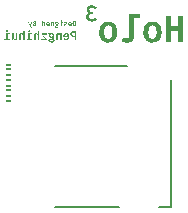
<source format=gbo>
G04*
G04 #@! TF.GenerationSoftware,Altium Limited,Altium Designer,21.0.8 (223)*
G04*
G04 Layer_Color=32896*
%FSLAX25Y25*%
%MOIN*%
G70*
G04*
G04 #@! TF.SameCoordinates,8E059B7F-88B0-49DF-8ED0-AD27087E488A*
G04*
G04*
G04 #@! TF.FilePolarity,Positive*
G04*
G01*
G75*
%ADD12C,0.00100*%
%ADD76C,0.00500*%
G36*
X38450Y62450D02*
X39750D01*
Y62800D01*
X38450D01*
Y62450D01*
D02*
G37*
G36*
X39750Y64350D02*
X38450D01*
X38450Y64000D01*
X39750D01*
X39750Y64350D01*
D02*
G37*
G36*
X38450Y65950D02*
X39750D01*
Y66300D01*
X38450D01*
Y65950D01*
D02*
G37*
G36*
X39750Y67850D02*
X38450D01*
X38450Y67500D01*
X39750D01*
X39750Y67850D01*
D02*
G37*
G36*
X38450Y69450D02*
X39750D01*
Y69800D01*
X38450D01*
Y69450D01*
D02*
G37*
G36*
X39750Y71350D02*
X38450D01*
X38450Y71000D01*
X39750D01*
X39750Y71350D01*
D02*
G37*
G36*
X38450Y72950D02*
X39750D01*
Y73300D01*
X38450D01*
Y72950D01*
D02*
G37*
G36*
X39750Y74850D02*
X38450D01*
X38450Y74500D01*
X39750D01*
X39750Y74850D01*
D02*
G37*
G36*
X67211Y94300D02*
X67378Y94282D01*
X67536Y94247D01*
X67685Y94203D01*
X67825Y94150D01*
X67966Y94089D01*
X68089Y94028D01*
X68203Y93966D01*
X68308Y93896D01*
X68396Y93834D01*
X68475Y93773D01*
X68545Y93720D01*
X68598Y93676D01*
X68633Y93641D01*
X68660Y93624D01*
X68668Y93615D01*
X68159Y93071D01*
X68054Y93158D01*
X67948Y93229D01*
X67861Y93290D01*
X67782Y93343D01*
X67720Y93378D01*
X67676Y93404D01*
X67641Y93413D01*
X67632Y93422D01*
X67545Y93457D01*
X67448Y93483D01*
X67360Y93501D01*
X67281Y93518D01*
X67211D01*
X67158Y93527D01*
X67106D01*
X66947Y93510D01*
X66877Y93501D01*
X66816Y93483D01*
X66763Y93466D01*
X66728Y93457D01*
X66702Y93439D01*
X66693D01*
X66570Y93369D01*
X66482Y93290D01*
X66447Y93255D01*
X66421Y93229D01*
X66412Y93211D01*
X66403Y93202D01*
X66368Y93141D01*
X66342Y93079D01*
X66307Y92965D01*
Y92913D01*
X66298Y92869D01*
Y92842D01*
Y92833D01*
X66307Y92746D01*
X66315Y92667D01*
X66333Y92605D01*
X66350Y92544D01*
X66377Y92491D01*
X66394Y92456D01*
X66403Y92438D01*
X66412Y92430D01*
X66500Y92324D01*
X66596Y92245D01*
X66640Y92219D01*
X66667Y92201D01*
X66693Y92184D01*
X66702D01*
X66842Y92140D01*
X66983Y92114D01*
X67035D01*
X67079Y92105D01*
X67492D01*
X67597Y91358D01*
X67088D01*
X66930Y91350D01*
X66798Y91332D01*
X66684Y91297D01*
X66587Y91262D01*
X66517Y91227D01*
X66465Y91192D01*
X66429Y91174D01*
X66421Y91165D01*
X66342Y91086D01*
X66280Y90990D01*
X66245Y90884D01*
X66210Y90779D01*
X66192Y90691D01*
X66184Y90612D01*
Y90559D01*
Y90551D01*
Y90542D01*
X66192Y90401D01*
X66219Y90270D01*
X66263Y90164D01*
X66307Y90077D01*
X66359Y90006D01*
X66394Y89954D01*
X66429Y89919D01*
X66438Y89910D01*
X66535Y89840D01*
X66649Y89787D01*
X66763Y89743D01*
X66877Y89717D01*
X66974Y89699D01*
X67062Y89690D01*
X67132D01*
X67246Y89699D01*
X67343Y89708D01*
X67439Y89725D01*
X67527Y89752D01*
X67597Y89769D01*
X67659Y89787D01*
X67694Y89796D01*
X67703Y89804D01*
X67799Y89857D01*
X67896Y89910D01*
X67984Y89971D01*
X68063Y90033D01*
X68124Y90094D01*
X68177Y90138D01*
X68212Y90173D01*
X68221Y90182D01*
X68809Y89681D01*
X68686Y89541D01*
X68554Y89418D01*
X68423Y89313D01*
X68308Y89225D01*
X68203Y89163D01*
X68115Y89119D01*
X68063Y89093D01*
X68054Y89084D01*
X68045D01*
X67878Y89023D01*
X67711Y88979D01*
X67553Y88944D01*
X67404Y88926D01*
X67281Y88909D01*
X67185Y88900D01*
X67097D01*
X66886Y88909D01*
X66702Y88935D01*
X66526Y88970D01*
X66386Y89005D01*
X66263Y89040D01*
X66175Y89076D01*
X66140Y89093D01*
X66113Y89102D01*
X66105Y89111D01*
X66096D01*
X65938Y89198D01*
X65806Y89286D01*
X65692Y89383D01*
X65595Y89480D01*
X65516Y89559D01*
X65464Y89629D01*
X65429Y89673D01*
X65420Y89690D01*
X65341Y89831D01*
X65279Y89971D01*
X65244Y90112D01*
X65209Y90235D01*
X65191Y90349D01*
X65183Y90428D01*
Y90463D01*
Y90489D01*
Y90498D01*
Y90507D01*
X65191Y90656D01*
X65209Y90788D01*
X65235Y90902D01*
X65262Y90998D01*
X65297Y91077D01*
X65323Y91139D01*
X65341Y91183D01*
X65350Y91192D01*
X65411Y91297D01*
X65481Y91385D01*
X65560Y91464D01*
X65630Y91525D01*
X65692Y91578D01*
X65745Y91613D01*
X65780Y91631D01*
X65789Y91639D01*
X65894Y91692D01*
X65990Y91727D01*
X66087Y91754D01*
X66175Y91771D01*
X66245Y91780D01*
X66298Y91789D01*
X66263D01*
X66175Y91797D01*
X66087Y91824D01*
X66017Y91850D01*
X65955Y91885D01*
X65911Y91912D01*
X65876Y91929D01*
X65868Y91938D01*
X65780Y92008D01*
X65701Y92078D01*
X65639Y92149D01*
X65578Y92219D01*
X65543Y92280D01*
X65508Y92324D01*
X65490Y92359D01*
X65481Y92368D01*
X65437Y92474D01*
X65402Y92570D01*
X65376Y92667D01*
X65358Y92763D01*
X65350Y92842D01*
X65341Y92904D01*
Y92939D01*
Y92956D01*
X65350Y93088D01*
X65376Y93220D01*
X65411Y93334D01*
X65446Y93431D01*
X65481Y93518D01*
X65516Y93580D01*
X65543Y93615D01*
X65551Y93632D01*
X65639Y93738D01*
X65736Y93843D01*
X65832Y93922D01*
X65929Y93992D01*
X66017Y94054D01*
X66087Y94089D01*
X66131Y94115D01*
X66140Y94124D01*
X66148D01*
X66298Y94186D01*
X66447Y94230D01*
X66605Y94265D01*
X66737Y94282D01*
X66860Y94300D01*
X66956Y94309D01*
X67044D01*
X67211Y94300D01*
D02*
G37*
G36*
X97615Y82061D02*
X95946D01*
Y85897D01*
X93428D01*
Y82061D01*
X91759D01*
Y90743D01*
X93428D01*
Y87302D01*
X95946D01*
Y90743D01*
X97615D01*
Y82061D01*
D02*
G37*
G36*
X83150Y90113D02*
X81203D01*
Y84052D01*
X81189Y83818D01*
X81159Y83598D01*
X81115Y83393D01*
X81071Y83232D01*
X81028Y83086D01*
X80984Y82983D01*
X80954Y82925D01*
X80940Y82895D01*
X80837Y82720D01*
X80705Y82573D01*
X80588Y82442D01*
X80471Y82339D01*
X80354Y82251D01*
X80266Y82193D01*
X80208Y82164D01*
X80193Y82149D01*
X80003Y82061D01*
X79798Y82003D01*
X79607Y81959D01*
X79417Y81929D01*
X79256Y81915D01*
X79139Y81900D01*
X79022D01*
X78656Y81915D01*
X78319Y81959D01*
X78026Y82032D01*
X77748Y82105D01*
X77529Y82178D01*
X77441Y82222D01*
X77368Y82251D01*
X77309Y82266D01*
X77265Y82295D01*
X77236Y82310D01*
X77221D01*
X77631Y83452D01*
X77865Y83379D01*
X78070Y83320D01*
X78261Y83291D01*
X78422Y83262D01*
X78553Y83247D01*
X78641Y83232D01*
X78729D01*
X78875Y83247D01*
X78993Y83262D01*
X79110Y83291D01*
X79198Y83320D01*
X79271Y83349D01*
X79315Y83364D01*
X79344Y83393D01*
X79359D01*
X79432Y83467D01*
X79490Y83540D01*
X79520Y83642D01*
X79549Y83730D01*
X79563Y83803D01*
X79578Y83876D01*
Y83920D01*
Y83935D01*
Y91357D01*
X83150D01*
Y90113D01*
D02*
G37*
G36*
X87659Y88913D02*
X87981Y88854D01*
X88260Y88781D01*
X88509Y88708D01*
X88699Y88620D01*
X88845Y88547D01*
X88904Y88517D01*
X88948Y88488D01*
X88962Y88473D01*
X88977D01*
X89226Y88298D01*
X89431Y88093D01*
X89607Y87888D01*
X89753Y87683D01*
X89870Y87507D01*
X89943Y87361D01*
X89973Y87302D01*
X90002Y87258D01*
X90017Y87244D01*
Y87229D01*
X90134Y86922D01*
X90221Y86614D01*
X90280Y86307D01*
X90324Y86014D01*
X90353Y85765D01*
Y85663D01*
X90368Y85575D01*
Y85501D01*
Y85443D01*
Y85414D01*
Y85399D01*
X90353Y85018D01*
X90309Y84652D01*
X90251Y84345D01*
X90192Y84067D01*
X90134Y83847D01*
X90104Y83759D01*
X90075Y83686D01*
X90046Y83613D01*
X90031Y83569D01*
X90017Y83554D01*
Y83540D01*
X89870Y83262D01*
X89709Y83013D01*
X89533Y82808D01*
X89358Y82632D01*
X89211Y82500D01*
X89094Y82398D01*
X89006Y82339D01*
X88992Y82325D01*
X88977D01*
X88714Y82178D01*
X88421Y82076D01*
X88157Y82003D01*
X87894Y81959D01*
X87659Y81929D01*
X87572Y81915D01*
X87484Y81900D01*
X87323D01*
X86971Y81915D01*
X86649Y81973D01*
X86371Y82046D01*
X86137Y82120D01*
X85932Y82207D01*
X85786Y82266D01*
X85742Y82295D01*
X85698Y82325D01*
X85683Y82339D01*
X85668D01*
X85419Y82515D01*
X85215Y82720D01*
X85039Y82925D01*
X84892Y83115D01*
X84775Y83291D01*
X84688Y83437D01*
X84658Y83496D01*
X84644Y83540D01*
X84629Y83554D01*
Y83569D01*
X84512Y83876D01*
X84424Y84198D01*
X84365Y84506D01*
X84321Y84799D01*
X84292Y85048D01*
Y85150D01*
X84278Y85238D01*
Y85311D01*
Y85370D01*
Y85399D01*
Y85414D01*
X84292Y85794D01*
X84336Y86146D01*
X84395Y86468D01*
X84453Y86731D01*
X84512Y86951D01*
X84541Y87039D01*
X84570Y87112D01*
X84600Y87185D01*
X84614Y87229D01*
X84629Y87244D01*
Y87258D01*
X84775Y87536D01*
X84936Y87785D01*
X85112Y87990D01*
X85273Y88166D01*
X85434Y88312D01*
X85551Y88415D01*
X85639Y88473D01*
X85654Y88488D01*
X85668D01*
X85932Y88634D01*
X86210Y88737D01*
X86488Y88825D01*
X86752Y88869D01*
X86986Y88898D01*
X87074Y88913D01*
X87162Y88927D01*
X87323D01*
X87659Y88913D01*
D02*
G37*
G36*
X72932D02*
X73254Y88854D01*
X73532Y88781D01*
X73781Y88708D01*
X73971Y88620D01*
X74117Y88547D01*
X74176Y88517D01*
X74220Y88488D01*
X74235Y88473D01*
X74249D01*
X74498Y88298D01*
X74703Y88093D01*
X74879Y87888D01*
X75025Y87683D01*
X75142Y87507D01*
X75215Y87361D01*
X75245Y87302D01*
X75274Y87258D01*
X75289Y87244D01*
Y87229D01*
X75406Y86922D01*
X75494Y86614D01*
X75552Y86307D01*
X75596Y86014D01*
X75625Y85765D01*
Y85663D01*
X75640Y85575D01*
Y85501D01*
Y85443D01*
Y85414D01*
Y85399D01*
X75625Y85018D01*
X75581Y84652D01*
X75523Y84345D01*
X75464Y84067D01*
X75406Y83847D01*
X75376Y83759D01*
X75347Y83686D01*
X75318Y83613D01*
X75303Y83569D01*
X75289Y83554D01*
Y83540D01*
X75142Y83262D01*
X74981Y83013D01*
X74805Y82808D01*
X74630Y82632D01*
X74483Y82500D01*
X74366Y82398D01*
X74278Y82339D01*
X74264Y82325D01*
X74249D01*
X73986Y82178D01*
X73693Y82076D01*
X73429Y82003D01*
X73166Y81959D01*
X72932Y81929D01*
X72844Y81915D01*
X72756Y81900D01*
X72595D01*
X72243Y81915D01*
X71921Y81973D01*
X71643Y82046D01*
X71409Y82120D01*
X71204Y82207D01*
X71058Y82266D01*
X71014Y82295D01*
X70970Y82324D01*
X70955Y82339D01*
X70941D01*
X70692Y82515D01*
X70487Y82720D01*
X70311Y82925D01*
X70165Y83115D01*
X70047Y83291D01*
X69960Y83437D01*
X69930Y83496D01*
X69916Y83540D01*
X69901Y83554D01*
Y83569D01*
X69784Y83876D01*
X69696Y84198D01*
X69638Y84506D01*
X69594Y84799D01*
X69564Y85048D01*
Y85150D01*
X69550Y85238D01*
Y85311D01*
Y85370D01*
Y85399D01*
Y85414D01*
X69564Y85794D01*
X69608Y86146D01*
X69667Y86468D01*
X69725Y86731D01*
X69784Y86951D01*
X69813Y87039D01*
X69843Y87112D01*
X69872Y87185D01*
X69886Y87229D01*
X69901Y87244D01*
Y87258D01*
X70047Y87536D01*
X70209Y87785D01*
X70384Y87990D01*
X70545Y88166D01*
X70706Y88312D01*
X70823Y88415D01*
X70911Y88473D01*
X70926Y88488D01*
X70941D01*
X71204Y88634D01*
X71482Y88737D01*
X71760Y88825D01*
X72024Y88869D01*
X72258Y88898D01*
X72346Y88913D01*
X72434Y88927D01*
X72595D01*
X72932Y88913D01*
D02*
G37*
G36*
X46357Y86063D02*
X46401Y86053D01*
X46445Y86038D01*
X46479Y86024D01*
X46508Y86004D01*
X46528Y85989D01*
X46543Y85980D01*
X46547Y85975D01*
X46577Y85941D01*
X46601Y85902D01*
X46616Y85858D01*
X46630Y85824D01*
X46635Y85789D01*
X46640Y85765D01*
Y85745D01*
Y85741D01*
X46635Y85692D01*
X46626Y85643D01*
X46611Y85604D01*
X46591Y85570D01*
X46577Y85545D01*
X46562Y85521D01*
X46552Y85511D01*
X46547Y85506D01*
X46508Y85477D01*
X46469Y85453D01*
X46426Y85438D01*
X46387Y85423D01*
X46357Y85418D01*
X46328Y85414D01*
X46303D01*
X46250Y85418D01*
X46201Y85428D01*
X46157Y85443D01*
X46123Y85462D01*
X46094Y85477D01*
X46074Y85492D01*
X46060Y85501D01*
X46055Y85506D01*
X46020Y85545D01*
X45996Y85584D01*
X45981Y85623D01*
X45967Y85663D01*
X45962Y85692D01*
X45957Y85716D01*
Y85736D01*
Y85741D01*
X45962Y85789D01*
X45972Y85833D01*
X45986Y85872D01*
X46006Y85906D01*
X46025Y85936D01*
X46040Y85955D01*
X46050Y85965D01*
X46055Y85970D01*
X46094Y86004D01*
X46133Y86028D01*
X46177Y86043D01*
X46216Y86058D01*
X46250Y86063D01*
X46279Y86067D01*
X46303D01*
X46357Y86063D01*
D02*
G37*
G36*
X38993D02*
X39037Y86053D01*
X39081Y86038D01*
X39115Y86024D01*
X39145Y86004D01*
X39164Y85989D01*
X39179Y85980D01*
X39184Y85975D01*
X39213Y85941D01*
X39237Y85902D01*
X39252Y85858D01*
X39267Y85824D01*
X39271Y85789D01*
X39276Y85765D01*
Y85745D01*
Y85741D01*
X39271Y85692D01*
X39262Y85643D01*
X39247Y85604D01*
X39228Y85570D01*
X39213Y85545D01*
X39198Y85521D01*
X39189Y85511D01*
X39184Y85506D01*
X39145Y85477D01*
X39105Y85453D01*
X39062Y85438D01*
X39023Y85423D01*
X38993Y85418D01*
X38964Y85414D01*
X38940D01*
X38886Y85418D01*
X38837Y85428D01*
X38793Y85443D01*
X38759Y85462D01*
X38730Y85477D01*
X38710Y85492D01*
X38696Y85501D01*
X38691Y85506D01*
X38657Y85545D01*
X38632Y85584D01*
X38618Y85623D01*
X38603Y85663D01*
X38598Y85692D01*
X38593Y85716D01*
Y85736D01*
Y85741D01*
X38598Y85789D01*
X38608Y85833D01*
X38622Y85872D01*
X38642Y85906D01*
X38661Y85936D01*
X38676Y85955D01*
X38686Y85965D01*
X38691Y85970D01*
X38730Y86004D01*
X38769Y86028D01*
X38813Y86043D01*
X38852Y86058D01*
X38886Y86063D01*
X38915Y86067D01*
X38940D01*
X38993Y86063D01*
D02*
G37*
G36*
X49656Y85867D02*
Y82778D01*
X49114D01*
Y84345D01*
X49046Y84428D01*
X49012Y84467D01*
X48983Y84496D01*
X48953Y84521D01*
X48929Y84540D01*
X48914Y84550D01*
X48909Y84555D01*
X48866Y84584D01*
X48817Y84604D01*
X48778Y84623D01*
X48739Y84633D01*
X48704Y84638D01*
X48680Y84643D01*
X48656D01*
X48607Y84638D01*
X48563Y84633D01*
X48524Y84618D01*
X48500Y84608D01*
X48475Y84594D01*
X48461Y84579D01*
X48456Y84574D01*
X48451Y84569D01*
X48431Y84535D01*
X48412Y84501D01*
X48397Y84413D01*
X48392Y84379D01*
X48387Y84345D01*
Y84325D01*
Y84316D01*
Y82778D01*
X47846D01*
Y84389D01*
X47850Y84501D01*
X47870Y84604D01*
X47899Y84686D01*
X47929Y84760D01*
X47958Y84813D01*
X47987Y84852D01*
X48007Y84877D01*
X48011Y84887D01*
X48080Y84945D01*
X48153Y84989D01*
X48231Y85023D01*
X48309Y85043D01*
X48382Y85057D01*
X48436Y85062D01*
X48461Y85067D01*
X48490D01*
X48563Y85062D01*
X48636Y85053D01*
X48700Y85038D01*
X48758Y85023D01*
X48807Y85009D01*
X48841Y84994D01*
X48866Y84984D01*
X48875Y84979D01*
X48939Y84945D01*
X48987Y84906D01*
X49031Y84867D01*
X49061Y84833D01*
X49085Y84799D01*
X49105Y84769D01*
X49110Y84750D01*
X49114Y84745D01*
Y85921D01*
X49656Y85867D01*
D02*
G37*
G36*
X44747D02*
Y82778D01*
X44205D01*
Y84345D01*
X44137Y84428D01*
X44103Y84467D01*
X44073Y84496D01*
X44044Y84521D01*
X44020Y84540D01*
X44005Y84550D01*
X44000Y84555D01*
X43956Y84584D01*
X43907Y84604D01*
X43868Y84623D01*
X43829Y84633D01*
X43795Y84638D01*
X43771Y84643D01*
X43746D01*
X43698Y84638D01*
X43654Y84633D01*
X43615Y84618D01*
X43590Y84608D01*
X43566Y84594D01*
X43551Y84579D01*
X43546Y84574D01*
X43541Y84569D01*
X43522Y84535D01*
X43502Y84501D01*
X43488Y84413D01*
X43483Y84379D01*
X43478Y84345D01*
Y84325D01*
Y84316D01*
Y82778D01*
X42936D01*
Y84389D01*
X42941Y84501D01*
X42961Y84604D01*
X42990Y84686D01*
X43019Y84760D01*
X43049Y84813D01*
X43078Y84852D01*
X43097Y84877D01*
X43102Y84887D01*
X43171Y84945D01*
X43244Y84989D01*
X43322Y85023D01*
X43400Y85043D01*
X43473Y85057D01*
X43527Y85062D01*
X43551Y85067D01*
X43580D01*
X43654Y85062D01*
X43727Y85053D01*
X43790Y85038D01*
X43849Y85023D01*
X43898Y85009D01*
X43932Y84994D01*
X43956Y84984D01*
X43966Y84979D01*
X44029Y84945D01*
X44078Y84906D01*
X44122Y84867D01*
X44151Y84833D01*
X44176Y84799D01*
X44195Y84769D01*
X44200Y84750D01*
X44205Y84745D01*
Y85921D01*
X44747Y85867D01*
D02*
G37*
G36*
X58660Y85062D02*
X58762Y85043D01*
X58860Y85018D01*
X58938Y84989D01*
X59001Y84960D01*
X59050Y84935D01*
X59070Y84926D01*
X59084Y84916D01*
X59089Y84911D01*
X59094D01*
X59177Y84847D01*
X59245Y84784D01*
X59304Y84711D01*
X59358Y84643D01*
X59397Y84584D01*
X59421Y84535D01*
X59431Y84516D01*
X59440Y84501D01*
X59445Y84496D01*
Y84491D01*
X59484Y84389D01*
X59514Y84286D01*
X59538Y84184D01*
X59553Y84091D01*
X59562Y84008D01*
Y83974D01*
X59567Y83950D01*
Y83925D01*
Y83906D01*
Y83896D01*
Y83891D01*
X59562Y83764D01*
X59548Y83652D01*
X59528Y83545D01*
X59504Y83457D01*
X59484Y83384D01*
X59475Y83354D01*
X59465Y83330D01*
X59455Y83305D01*
X59450Y83291D01*
X59445Y83286D01*
Y83281D01*
X59392Y83188D01*
X59333Y83105D01*
X59270Y83037D01*
X59211Y82978D01*
X59157Y82930D01*
X59114Y82900D01*
X59084Y82876D01*
X59079Y82871D01*
X59074D01*
X58977Y82822D01*
X58879Y82788D01*
X58782Y82759D01*
X58689Y82744D01*
X58611Y82735D01*
X58577Y82730D01*
X58547D01*
X58523Y82725D01*
X58489D01*
X58401Y82730D01*
X58318Y82735D01*
X58245Y82744D01*
X58177Y82759D01*
X58123Y82774D01*
X58079Y82783D01*
X58055Y82788D01*
X58045Y82793D01*
X57967Y82822D01*
X57894Y82861D01*
X57830Y82895D01*
X57771Y82935D01*
X57728Y82969D01*
X57689Y82998D01*
X57669Y83017D01*
X57659Y83022D01*
X57889Y83345D01*
X57952Y83310D01*
X58011Y83276D01*
X58064Y83252D01*
X58108Y83232D01*
X58147Y83218D01*
X58172Y83208D01*
X58191Y83198D01*
X58196D01*
X58294Y83174D01*
X58338Y83164D01*
X58381Y83159D01*
X58416D01*
X58445Y83154D01*
X58469D01*
X58552Y83159D01*
X58626Y83179D01*
X58689Y83203D01*
X58748Y83227D01*
X58791Y83257D01*
X58821Y83276D01*
X58845Y83296D01*
X58850Y83301D01*
X58899Y83359D01*
X58938Y83427D01*
X58967Y83491D01*
X58987Y83559D01*
X58996Y83618D01*
X59006Y83662D01*
Y83681D01*
X59011Y83696D01*
Y83701D01*
Y83706D01*
X57586D01*
X57576Y83798D01*
Y83842D01*
X57571Y83876D01*
Y83906D01*
Y83930D01*
Y83945D01*
Y83950D01*
X57576Y84072D01*
X57591Y84184D01*
X57610Y84286D01*
X57630Y84374D01*
X57649Y84443D01*
X57659Y84472D01*
X57669Y84496D01*
X57679Y84516D01*
X57684Y84530D01*
X57689Y84535D01*
Y84540D01*
X57737Y84628D01*
X57791Y84706D01*
X57850Y84774D01*
X57903Y84833D01*
X57952Y84872D01*
X57991Y84906D01*
X58020Y84926D01*
X58025Y84930D01*
X58030D01*
X58113Y84974D01*
X58206Y85009D01*
X58289Y85033D01*
X58372Y85053D01*
X58440Y85062D01*
X58499Y85067D01*
X58547D01*
X58660Y85062D01*
D02*
G37*
G36*
X42292Y83408D02*
X42287Y83291D01*
X42268Y83193D01*
X42239Y83105D01*
X42209Y83032D01*
X42180Y82974D01*
X42151Y82935D01*
X42131Y82910D01*
X42126Y82900D01*
X42058Y82842D01*
X41980Y82798D01*
X41897Y82769D01*
X41819Y82749D01*
X41746Y82735D01*
X41687Y82730D01*
X41663Y82725D01*
X41633D01*
X41555Y82730D01*
X41482Y82739D01*
X41414Y82754D01*
X41355Y82769D01*
X41306Y82783D01*
X41267Y82798D01*
X41243Y82808D01*
X41233Y82813D01*
X41165Y82852D01*
X41111Y82891D01*
X41067Y82930D01*
X41033Y82969D01*
X41009Y83003D01*
X40989Y83027D01*
X40984Y83047D01*
X40979Y83052D01*
X40960Y82778D01*
X40487D01*
Y85009D01*
X41028D01*
Y83423D01*
X41058Y83384D01*
X41087Y83345D01*
X41121Y83310D01*
X41155Y83281D01*
X41184Y83262D01*
X41209Y83242D01*
X41223Y83232D01*
X41228Y83227D01*
X41277Y83203D01*
X41321Y83183D01*
X41365Y83169D01*
X41404Y83159D01*
X41438Y83154D01*
X41463Y83149D01*
X41487D01*
X41536Y83154D01*
X41580Y83159D01*
X41614Y83169D01*
X41643Y83183D01*
X41663Y83198D01*
X41677Y83208D01*
X41687Y83213D01*
X41692Y83218D01*
X41711Y83252D01*
X41726Y83286D01*
X41741Y83369D01*
X41746Y83408D01*
X41750Y83437D01*
Y83457D01*
Y83467D01*
Y85009D01*
X42292D01*
Y83408D01*
D02*
G37*
G36*
X61905Y82778D02*
X61344D01*
Y83779D01*
X61051D01*
X60953Y83784D01*
X60865Y83789D01*
X60778Y83803D01*
X60699Y83818D01*
X60621Y83833D01*
X60553Y83857D01*
X60495Y83876D01*
X60436Y83901D01*
X60387Y83920D01*
X60343Y83945D01*
X60304Y83964D01*
X60270Y83979D01*
X60246Y83998D01*
X60231Y84008D01*
X60221Y84013D01*
X60216Y84018D01*
X60163Y84067D01*
X60114Y84120D01*
X60070Y84174D01*
X60036Y84233D01*
X60007Y84296D01*
X59982Y84355D01*
X59943Y84472D01*
X59929Y84530D01*
X59919Y84579D01*
X59914Y84628D01*
X59909Y84667D01*
X59904Y84701D01*
Y84730D01*
Y84745D01*
Y84750D01*
X59909Y84833D01*
X59919Y84911D01*
X59933Y84984D01*
X59953Y85053D01*
X59977Y85111D01*
X60002Y85170D01*
X60031Y85218D01*
X60060Y85267D01*
X60089Y85306D01*
X60119Y85340D01*
X60143Y85370D01*
X60168Y85394D01*
X60187Y85414D01*
X60202Y85428D01*
X60211Y85433D01*
X60216Y85438D01*
X60275Y85477D01*
X60343Y85516D01*
X60480Y85575D01*
X60626Y85614D01*
X60763Y85643D01*
X60826Y85653D01*
X60890Y85663D01*
X60944Y85667D01*
X60987D01*
X61027Y85672D01*
X61905D01*
Y82778D01*
D02*
G37*
G36*
X55932Y85062D02*
X56000Y85053D01*
X56068Y85038D01*
X56132Y85023D01*
X56181Y85004D01*
X56220Y84989D01*
X56244Y84979D01*
X56254Y84974D01*
X56322Y84935D01*
X56376Y84896D01*
X56425Y84857D01*
X56459Y84818D01*
X56488Y84784D01*
X56508Y84755D01*
X56517Y84735D01*
X56522Y84730D01*
X56547Y85009D01*
X57020D01*
Y82778D01*
X56478D01*
Y84350D01*
X56410Y84433D01*
X56376Y84467D01*
X56342Y84496D01*
X56317Y84521D01*
X56293Y84540D01*
X56278Y84550D01*
X56273Y84555D01*
X56229Y84584D01*
X56181Y84604D01*
X56142Y84623D01*
X56103Y84633D01*
X56068Y84638D01*
X56044Y84643D01*
X55981D01*
X55941Y84638D01*
X55912Y84628D01*
X55888Y84623D01*
X55873Y84613D01*
X55859Y84604D01*
X55849Y84599D01*
X55829Y84579D01*
X55815Y84560D01*
X55790Y84511D01*
X55785Y84486D01*
X55781Y84467D01*
X55776Y84457D01*
Y84452D01*
X55766Y84413D01*
X55761Y84364D01*
X55756Y84272D01*
X55751Y84228D01*
Y84194D01*
Y84169D01*
Y84159D01*
Y82778D01*
X55209D01*
Y84389D01*
X55214Y84501D01*
X55234Y84604D01*
X55263Y84686D01*
X55292Y84760D01*
X55322Y84813D01*
X55351Y84852D01*
X55371Y84877D01*
X55375Y84887D01*
X55444Y84945D01*
X55517Y84989D01*
X55595Y85023D01*
X55673Y85043D01*
X55746Y85057D01*
X55800Y85062D01*
X55824Y85067D01*
X55854D01*
X55932Y85062D01*
D02*
G37*
G36*
X52013Y84565D02*
X50954D01*
X52101Y83164D01*
Y82778D01*
X50369D01*
X50315Y83223D01*
X51471D01*
X50330Y84623D01*
Y85009D01*
X52013D01*
Y84565D01*
D02*
G37*
G36*
X47104Y84599D02*
X46479D01*
Y83188D01*
X47128D01*
Y82778D01*
X45352D01*
Y83188D01*
X45942D01*
Y85009D01*
X47104D01*
Y84599D01*
D02*
G37*
G36*
X39740D02*
X39115D01*
Y83188D01*
X39764D01*
Y82778D01*
X37988D01*
Y83188D01*
X38579D01*
Y85009D01*
X39740D01*
Y84599D01*
D02*
G37*
G36*
X52755Y85253D02*
X52818Y85228D01*
X52872Y85209D01*
X52916Y85194D01*
X52955Y85179D01*
X52979Y85170D01*
X52999Y85160D01*
X53004D01*
X53048Y85145D01*
X53096Y85131D01*
X53145Y85121D01*
X53189Y85111D01*
X53233Y85101D01*
X53262Y85096D01*
X53282Y85092D01*
X53292D01*
X53360Y85082D01*
X53428Y85077D01*
X53497Y85072D01*
X53565D01*
X53619Y85067D01*
X53707D01*
X53804Y85062D01*
X53897Y85053D01*
X53975Y85033D01*
X54048Y85018D01*
X54107Y84999D01*
X54151Y84979D01*
X54180Y84970D01*
X54185Y84965D01*
X54190D01*
X54268Y84926D01*
X54331Y84882D01*
X54390Y84833D01*
X54439Y84789D01*
X54478Y84745D01*
X54502Y84711D01*
X54521Y84691D01*
X54526Y84682D01*
X54565Y84613D01*
X54595Y84540D01*
X54614Y84472D01*
X54629Y84403D01*
X54639Y84345D01*
X54643Y84301D01*
Y84272D01*
Y84267D01*
Y84262D01*
X54639Y84184D01*
X54629Y84111D01*
X54614Y84047D01*
X54595Y83994D01*
X54580Y83950D01*
X54565Y83915D01*
X54556Y83891D01*
X54551Y83886D01*
X54512Y83833D01*
X54468Y83784D01*
X54424Y83745D01*
X54375Y83715D01*
X54336Y83686D01*
X54302Y83671D01*
X54282Y83662D01*
X54273Y83657D01*
X54312Y83637D01*
X54346Y83613D01*
X54375Y83588D01*
X54399Y83564D01*
X54419Y83540D01*
X54434Y83520D01*
X54443Y83505D01*
X54448Y83501D01*
X54473Y83462D01*
X54487Y83418D01*
X54502Y83379D01*
X54507Y83345D01*
X54512Y83315D01*
X54517Y83291D01*
Y83276D01*
Y83271D01*
X54512Y83227D01*
X54507Y83183D01*
X54497Y83139D01*
X54482Y83105D01*
X54468Y83076D01*
X54458Y83057D01*
X54453Y83042D01*
X54448Y83037D01*
X54419Y83003D01*
X54385Y82969D01*
X54312Y82920D01*
X54282Y82900D01*
X54258Y82886D01*
X54238Y82881D01*
X54233Y82876D01*
X54175Y82857D01*
X54116Y82842D01*
X54058Y82832D01*
X54004Y82827D01*
X53960Y82822D01*
X53921Y82817D01*
X53453D01*
X53394Y82808D01*
X53350Y82798D01*
X53311Y82788D01*
X53277Y82778D01*
X53258Y82769D01*
X53243Y82764D01*
X53238Y82759D01*
X53204Y82735D01*
X53179Y82705D01*
X53160Y82676D01*
X53150Y82652D01*
X53140Y82627D01*
X53136Y82608D01*
Y82593D01*
Y82588D01*
X53140Y82539D01*
X53155Y82500D01*
X53179Y82466D01*
X53199Y82437D01*
X53223Y82412D01*
X53248Y82398D01*
X53262Y82388D01*
X53267Y82383D01*
X53321Y82359D01*
X53389Y82339D01*
X53462Y82329D01*
X53536Y82320D01*
X53604Y82315D01*
X53658Y82310D01*
X53785D01*
X53853Y82315D01*
X53911Y82320D01*
X53955Y82329D01*
X53989Y82334D01*
X54019Y82339D01*
X54033Y82344D01*
X54038D01*
X54077Y82359D01*
X54107Y82373D01*
X54131Y82388D01*
X54151Y82403D01*
X54165Y82417D01*
X54175Y82427D01*
X54185Y82432D01*
Y82437D01*
X54194Y82461D01*
X54204Y82495D01*
X54214Y82564D01*
X54219Y82598D01*
Y82622D01*
Y82642D01*
Y82647D01*
X54717D01*
X54712Y82549D01*
X54702Y82461D01*
X54687Y82388D01*
X54668Y82325D01*
X54653Y82276D01*
X54639Y82242D01*
X54629Y82222D01*
X54624Y82212D01*
X54580Y82159D01*
X54531Y82110D01*
X54482Y82071D01*
X54429Y82037D01*
X54380Y82012D01*
X54341Y81993D01*
X54317Y81983D01*
X54307Y81978D01*
X54219Y81954D01*
X54121Y81934D01*
X54024Y81919D01*
X53926Y81910D01*
X53843Y81905D01*
X53804D01*
X53775Y81900D01*
X53711D01*
X53584Y81905D01*
X53467Y81915D01*
X53365Y81924D01*
X53277Y81944D01*
X53209Y81959D01*
X53179Y81963D01*
X53155Y81968D01*
X53136Y81973D01*
X53121Y81978D01*
X53116Y81983D01*
X53111D01*
X53023Y82017D01*
X52945Y82056D01*
X52877Y82100D01*
X52823Y82139D01*
X52779Y82173D01*
X52750Y82203D01*
X52731Y82227D01*
X52726Y82232D01*
X52682Y82295D01*
X52648Y82359D01*
X52628Y82427D01*
X52609Y82486D01*
X52599Y82539D01*
X52594Y82578D01*
Y82608D01*
Y82617D01*
X52599Y82681D01*
X52609Y82744D01*
X52628Y82798D01*
X52648Y82847D01*
X52667Y82886D01*
X52687Y82915D01*
X52696Y82935D01*
X52701Y82939D01*
X52745Y82993D01*
X52794Y83037D01*
X52843Y83076D01*
X52891Y83110D01*
X52931Y83135D01*
X52970Y83154D01*
X52989Y83164D01*
X52999Y83169D01*
X53072Y83198D01*
X53145Y83218D01*
X53214Y83232D01*
X53282Y83242D01*
X53336Y83247D01*
X53384Y83252D01*
X53848D01*
X53887Y83257D01*
X53916Y83262D01*
X53941Y83266D01*
X53960Y83271D01*
X53970Y83276D01*
X53980Y83281D01*
X54004Y83310D01*
X54019Y83340D01*
X54024Y83364D01*
Y83374D01*
X54019Y83403D01*
X54014Y83432D01*
X54009Y83452D01*
X54004Y83457D01*
X53985Y83481D01*
X53975Y83501D01*
X53965Y83510D01*
X53960Y83515D01*
X53916Y83501D01*
X53872Y83491D01*
X53780Y83481D01*
X53741Y83476D01*
X53677D01*
X53580Y83481D01*
X53487Y83491D01*
X53409Y83505D01*
X53336Y83525D01*
X53282Y83545D01*
X53238Y83559D01*
X53214Y83569D01*
X53204Y83574D01*
X53131Y83613D01*
X53067Y83662D01*
X53013Y83706D01*
X52970Y83750D01*
X52935Y83789D01*
X52911Y83818D01*
X52896Y83837D01*
X52891Y83847D01*
X52852Y83915D01*
X52828Y83984D01*
X52809Y84052D01*
X52794Y84115D01*
X52784Y84169D01*
X52779Y84208D01*
Y84237D01*
Y84247D01*
X52784Y84320D01*
X52794Y84384D01*
X52813Y84443D01*
X52833Y84491D01*
X52852Y84535D01*
X52872Y84565D01*
X52882Y84584D01*
X52887Y84589D01*
X52926Y84638D01*
X52974Y84677D01*
X53023Y84706D01*
X53067Y84725D01*
X53106Y84740D01*
X53140Y84750D01*
X53160Y84755D01*
X53170D01*
X53048Y84760D01*
X52994D01*
X52950Y84765D01*
X52911D01*
X52877Y84769D01*
X52852D01*
X52740Y84789D01*
X52687Y84799D01*
X52638Y84813D01*
X52599Y84823D01*
X52569Y84833D01*
X52550Y84843D01*
X52545D01*
X52687Y85282D01*
X52755Y85253D01*
D02*
G37*
G36*
X56948Y89291D02*
X56974Y89285D01*
X57000Y89276D01*
X57021Y89267D01*
X57038Y89256D01*
X57050Y89247D01*
X57059Y89241D01*
X57062Y89238D01*
X57079Y89218D01*
X57094Y89194D01*
X57102Y89168D01*
X57111Y89148D01*
X57114Y89127D01*
X57117Y89113D01*
Y89101D01*
Y89098D01*
X57114Y89069D01*
X57108Y89040D01*
X57099Y89016D01*
X57088Y88996D01*
X57079Y88981D01*
X57070Y88967D01*
X57064Y88961D01*
X57062Y88958D01*
X57038Y88940D01*
X57015Y88926D01*
X56989Y88917D01*
X56965Y88908D01*
X56948Y88905D01*
X56930Y88902D01*
X56916D01*
X56883Y88905D01*
X56854Y88911D01*
X56828Y88920D01*
X56808Y88932D01*
X56790Y88940D01*
X56778Y88949D01*
X56770Y88955D01*
X56767Y88958D01*
X56746Y88981D01*
X56732Y89005D01*
X56723Y89028D01*
X56714Y89051D01*
X56711Y89069D01*
X56708Y89083D01*
Y89095D01*
Y89098D01*
X56711Y89127D01*
X56717Y89153D01*
X56726Y89177D01*
X56737Y89197D01*
X56749Y89215D01*
X56758Y89227D01*
X56764Y89232D01*
X56767Y89235D01*
X56790Y89256D01*
X56813Y89270D01*
X56840Y89279D01*
X56863Y89288D01*
X56883Y89291D01*
X56901Y89294D01*
X56916D01*
X56948Y89291D01*
D02*
G37*
G36*
X46827Y87326D02*
X46742D01*
X46769Y87279D01*
X46783Y87258D01*
X46795Y87241D01*
X46806Y87226D01*
X46812Y87215D01*
X46818Y87206D01*
X46821Y87203D01*
X46859Y87162D01*
X46897Y87133D01*
X46912Y87121D01*
X46926Y87112D01*
X46935Y87110D01*
X46938Y87107D01*
X46967Y87092D01*
X47002Y87080D01*
X47037Y87072D01*
X47072Y87063D01*
X47104Y87057D01*
X47131Y87051D01*
X47148Y87048D01*
X47154D01*
X47116Y86800D01*
X47063Y86806D01*
X47014Y86815D01*
X46967Y86823D01*
X46926Y86835D01*
X46885Y86847D01*
X46850Y86861D01*
X46815Y86876D01*
X46786Y86891D01*
X46760Y86902D01*
X46739Y86917D01*
X46719Y86928D01*
X46704Y86940D01*
X46690Y86949D01*
X46681Y86955D01*
X46678Y86961D01*
X46675D01*
X46620Y87016D01*
X46573Y87077D01*
X46532Y87139D01*
X46500Y87200D01*
X46474Y87253D01*
X46462Y87276D01*
X46453Y87296D01*
X46447Y87311D01*
X46442Y87323D01*
X46439Y87331D01*
Y87334D01*
X45992Y88660D01*
X46319D01*
X46628Y87562D01*
X46935Y88660D01*
X47268D01*
X46827Y87326D01*
D02*
G37*
G36*
X59903Y88692D02*
X59964Y88680D01*
X60022Y88666D01*
X60069Y88648D01*
X60107Y88631D01*
X60136Y88616D01*
X60148Y88610D01*
X60157Y88605D01*
X60160Y88602D01*
X60163D01*
X60212Y88564D01*
X60253Y88526D01*
X60288Y88482D01*
X60320Y88441D01*
X60344Y88406D01*
X60358Y88377D01*
X60364Y88365D01*
X60370Y88356D01*
X60373Y88353D01*
Y88350D01*
X60396Y88289D01*
X60414Y88228D01*
X60428Y88167D01*
X60437Y88111D01*
X60443Y88061D01*
Y88041D01*
X60446Y88026D01*
Y88012D01*
Y88000D01*
Y87994D01*
Y87991D01*
X60443Y87915D01*
X60434Y87848D01*
X60422Y87784D01*
X60408Y87731D01*
X60396Y87688D01*
X60390Y87670D01*
X60385Y87656D01*
X60379Y87641D01*
X60376Y87632D01*
X60373Y87629D01*
Y87626D01*
X60341Y87571D01*
X60306Y87521D01*
X60268Y87480D01*
X60233Y87445D01*
X60201Y87416D01*
X60174Y87399D01*
X60157Y87384D01*
X60154Y87381D01*
X60151D01*
X60093Y87352D01*
X60034Y87331D01*
X59976Y87314D01*
X59920Y87305D01*
X59873Y87299D01*
X59853Y87296D01*
X59836D01*
X59821Y87293D01*
X59800D01*
X59748Y87296D01*
X59698Y87299D01*
X59654Y87305D01*
X59614Y87314D01*
X59582Y87323D01*
X59555Y87328D01*
X59541Y87331D01*
X59535Y87334D01*
X59488Y87352D01*
X59444Y87375D01*
X59406Y87396D01*
X59371Y87419D01*
X59345Y87440D01*
X59322Y87457D01*
X59310Y87469D01*
X59304Y87472D01*
X59441Y87664D01*
X59479Y87644D01*
X59514Y87623D01*
X59547Y87609D01*
X59573Y87597D01*
X59596Y87588D01*
X59611Y87583D01*
X59622Y87577D01*
X59625D01*
X59684Y87562D01*
X59710Y87556D01*
X59736Y87553D01*
X59757D01*
X59774Y87550D01*
X59789D01*
X59838Y87553D01*
X59882Y87565D01*
X59920Y87580D01*
X59955Y87594D01*
X59982Y87612D01*
X59999Y87623D01*
X60014Y87635D01*
X60017Y87638D01*
X60046Y87673D01*
X60069Y87714D01*
X60087Y87752D01*
X60098Y87793D01*
X60104Y87828D01*
X60110Y87854D01*
Y87866D01*
X60113Y87875D01*
Y87878D01*
Y87880D01*
X59260D01*
X59254Y87936D01*
Y87962D01*
X59252Y87983D01*
Y88000D01*
Y88015D01*
Y88024D01*
Y88026D01*
X59254Y88099D01*
X59263Y88167D01*
X59275Y88228D01*
X59287Y88280D01*
X59298Y88321D01*
X59304Y88339D01*
X59310Y88353D01*
X59316Y88365D01*
X59319Y88374D01*
X59322Y88377D01*
Y88380D01*
X59351Y88432D01*
X59383Y88479D01*
X59418Y88520D01*
X59450Y88555D01*
X59479Y88578D01*
X59503Y88599D01*
X59520Y88610D01*
X59523Y88613D01*
X59526D01*
X59576Y88640D01*
X59631Y88660D01*
X59681Y88675D01*
X59730Y88686D01*
X59771Y88692D01*
X59806Y88695D01*
X59836D01*
X59903Y88692D01*
D02*
G37*
G36*
X52559D02*
X52620Y88680D01*
X52679Y88666D01*
X52725Y88648D01*
X52763Y88631D01*
X52793Y88616D01*
X52804Y88610D01*
X52813Y88605D01*
X52816Y88602D01*
X52819D01*
X52868Y88564D01*
X52909Y88526D01*
X52944Y88482D01*
X52977Y88441D01*
X53000Y88406D01*
X53014Y88377D01*
X53020Y88365D01*
X53026Y88356D01*
X53029Y88353D01*
Y88350D01*
X53052Y88289D01*
X53070Y88228D01*
X53084Y88167D01*
X53093Y88111D01*
X53099Y88061D01*
Y88041D01*
X53102Y88026D01*
Y88012D01*
Y88000D01*
Y87994D01*
Y87991D01*
X53099Y87915D01*
X53090Y87848D01*
X53079Y87784D01*
X53064Y87731D01*
X53052Y87688D01*
X53047Y87670D01*
X53041Y87656D01*
X53035Y87641D01*
X53032Y87632D01*
X53029Y87629D01*
Y87626D01*
X52997Y87571D01*
X52962Y87521D01*
X52924Y87480D01*
X52889Y87445D01*
X52857Y87416D01*
X52830Y87399D01*
X52813Y87384D01*
X52810Y87381D01*
X52807D01*
X52749Y87352D01*
X52690Y87331D01*
X52632Y87314D01*
X52576Y87305D01*
X52530Y87299D01*
X52509Y87296D01*
X52492D01*
X52477Y87293D01*
X52457D01*
X52404Y87296D01*
X52355Y87299D01*
X52311Y87305D01*
X52270Y87314D01*
X52238Y87323D01*
X52211Y87328D01*
X52197Y87331D01*
X52191Y87334D01*
X52144Y87352D01*
X52100Y87375D01*
X52062Y87396D01*
X52027Y87419D01*
X52001Y87440D01*
X51978Y87457D01*
X51966Y87469D01*
X51960Y87472D01*
X52098Y87664D01*
X52135Y87644D01*
X52171Y87623D01*
X52203Y87609D01*
X52229Y87597D01*
X52252Y87588D01*
X52267Y87583D01*
X52279Y87577D01*
X52281D01*
X52340Y87562D01*
X52366Y87556D01*
X52393Y87553D01*
X52413D01*
X52430Y87550D01*
X52445D01*
X52495Y87553D01*
X52539Y87565D01*
X52576Y87580D01*
X52612Y87594D01*
X52638Y87612D01*
X52655Y87623D01*
X52670Y87635D01*
X52673Y87638D01*
X52702Y87673D01*
X52725Y87714D01*
X52743Y87752D01*
X52755Y87793D01*
X52760Y87828D01*
X52766Y87854D01*
Y87866D01*
X52769Y87875D01*
Y87878D01*
Y87880D01*
X51916D01*
X51911Y87936D01*
Y87962D01*
X51908Y87983D01*
Y88000D01*
Y88015D01*
Y88024D01*
Y88026D01*
X51911Y88099D01*
X51919Y88167D01*
X51931Y88228D01*
X51943Y88280D01*
X51955Y88321D01*
X51960Y88339D01*
X51966Y88353D01*
X51972Y88365D01*
X51975Y88374D01*
X51978Y88377D01*
Y88380D01*
X52007Y88432D01*
X52039Y88479D01*
X52074Y88520D01*
X52106Y88555D01*
X52135Y88578D01*
X52159Y88599D01*
X52176Y88610D01*
X52179Y88613D01*
X52182D01*
X52232Y88640D01*
X52287Y88660D01*
X52337Y88675D01*
X52387Y88686D01*
X52428Y88692D01*
X52463Y88695D01*
X52492D01*
X52559Y88692D01*
D02*
G37*
G36*
X61903Y87326D02*
X61465D01*
X61401Y87328D01*
X61339Y87334D01*
X61284Y87343D01*
X61228Y87355D01*
X61176Y87369D01*
X61129Y87387D01*
X61085Y87404D01*
X61044Y87422D01*
X61009Y87440D01*
X60977Y87457D01*
X60951Y87475D01*
X60928Y87489D01*
X60910Y87501D01*
X60898Y87510D01*
X60890Y87515D01*
X60887Y87518D01*
X60846Y87559D01*
X60811Y87603D01*
X60779Y87653D01*
X60752Y87708D01*
X60732Y87764D01*
X60712Y87819D01*
X60697Y87878D01*
X60685Y87933D01*
X60676Y87985D01*
X60668Y88035D01*
X60662Y88079D01*
X60659Y88120D01*
X60656Y88152D01*
Y88178D01*
Y88193D01*
Y88199D01*
Y88260D01*
X60662Y88318D01*
X60668Y88371D01*
X60674Y88424D01*
X60682Y88470D01*
X60694Y88514D01*
X60703Y88552D01*
X60715Y88587D01*
X60726Y88619D01*
X60735Y88645D01*
X60747Y88669D01*
X60755Y88689D01*
X60761Y88704D01*
X60767Y88715D01*
X60773Y88721D01*
Y88724D01*
X60820Y88791D01*
X60869Y88847D01*
X60919Y88894D01*
X60966Y88929D01*
X61009Y88955D01*
X61041Y88973D01*
X61056Y88978D01*
X61065Y88984D01*
X61071Y88987D01*
X61074D01*
X61144Y89010D01*
X61217Y89028D01*
X61287Y89040D01*
X61354Y89048D01*
X61383Y89051D01*
X61409Y89054D01*
X61433D01*
X61453Y89057D01*
X61903D01*
Y87326D01*
D02*
G37*
G36*
X57394Y88415D02*
X57021D01*
Y87571D01*
X57409D01*
Y87326D01*
X56346D01*
Y87571D01*
X56700D01*
Y88660D01*
X57394D01*
Y88415D01*
D02*
G37*
G36*
X53864Y88692D02*
X53905Y88686D01*
X53946Y88678D01*
X53984Y88669D01*
X54013Y88657D01*
X54036Y88648D01*
X54051Y88643D01*
X54057Y88640D01*
X54098Y88616D01*
X54130Y88593D01*
X54159Y88569D01*
X54180Y88546D01*
X54197Y88526D01*
X54209Y88508D01*
X54215Y88497D01*
X54217Y88494D01*
X54232Y88660D01*
X54515D01*
Y87326D01*
X54191D01*
Y88266D01*
X54150Y88315D01*
X54130Y88336D01*
X54109Y88353D01*
X54095Y88368D01*
X54080Y88380D01*
X54071Y88386D01*
X54069Y88389D01*
X54042Y88406D01*
X54013Y88418D01*
X53990Y88429D01*
X53966Y88435D01*
X53946Y88438D01*
X53931Y88441D01*
X53893D01*
X53870Y88438D01*
X53852Y88432D01*
X53838Y88429D01*
X53829Y88424D01*
X53820Y88418D01*
X53815Y88415D01*
X53803Y88403D01*
X53794Y88391D01*
X53780Y88362D01*
X53777Y88348D01*
X53774Y88336D01*
X53771Y88330D01*
Y88327D01*
X53765Y88304D01*
X53762Y88275D01*
X53759Y88219D01*
X53756Y88193D01*
Y88172D01*
Y88158D01*
Y88152D01*
Y87326D01*
X53432D01*
Y88289D01*
X53435Y88356D01*
X53447Y88418D01*
X53464Y88467D01*
X53482Y88511D01*
X53499Y88543D01*
X53517Y88567D01*
X53528Y88581D01*
X53531Y88587D01*
X53572Y88622D01*
X53616Y88648D01*
X53663Y88669D01*
X53709Y88680D01*
X53753Y88689D01*
X53785Y88692D01*
X53800Y88695D01*
X53817D01*
X53864Y88692D01*
D02*
G37*
G36*
X48661Y87326D02*
X48144D01*
X48039Y87331D01*
X47989Y87337D01*
X47942Y87343D01*
X47899Y87352D01*
X47861Y87364D01*
X47823Y87372D01*
X47791Y87384D01*
X47758Y87396D01*
X47732Y87404D01*
X47709Y87416D01*
X47691Y87425D01*
X47677Y87431D01*
X47665Y87437D01*
X47659Y87442D01*
X47656D01*
X47621Y87466D01*
X47592Y87495D01*
X47566Y87524D01*
X47542Y87553D01*
X47525Y87586D01*
X47507Y87618D01*
X47484Y87682D01*
X47472Y87740D01*
X47466Y87766D01*
X47464Y87790D01*
X47461Y87807D01*
Y87822D01*
Y87831D01*
Y87834D01*
X47466Y87904D01*
X47478Y87965D01*
X47499Y88018D01*
X47519Y88059D01*
X47539Y88094D01*
X47560Y88117D01*
X47572Y88129D01*
X47577Y88134D01*
X47621Y88167D01*
X47668Y88193D01*
X47715Y88213D01*
X47756Y88228D01*
X47791Y88237D01*
X47820Y88243D01*
X47831D01*
X47840Y88245D01*
X47846D01*
X47802Y88251D01*
X47761Y88266D01*
X47723Y88280D01*
X47691Y88301D01*
X47665Y88318D01*
X47648Y88336D01*
X47633Y88348D01*
X47630Y88350D01*
X47598Y88391D01*
X47574Y88432D01*
X47557Y88476D01*
X47545Y88517D01*
X47539Y88552D01*
X47534Y88581D01*
Y88593D01*
Y88602D01*
Y88605D01*
Y88608D01*
X47537Y88651D01*
X47542Y88692D01*
X47551Y88727D01*
X47563Y88762D01*
X47577Y88794D01*
X47592Y88821D01*
X47624Y88870D01*
X47659Y88905D01*
X47688Y88932D01*
X47700Y88940D01*
X47709Y88946D01*
X47715Y88952D01*
X47718D01*
X47791Y88987D01*
X47866Y89013D01*
X47942Y89031D01*
X48015Y89046D01*
X48048Y89048D01*
X48080Y89051D01*
X48106Y89054D01*
X48129D01*
X48150Y89057D01*
X48661D01*
Y87326D01*
D02*
G37*
G36*
X58425Y88692D02*
X58478Y88686D01*
X58527Y88680D01*
X58568Y88672D01*
X58603Y88660D01*
X58630Y88654D01*
X58644Y88648D01*
X58650Y88645D01*
X58694Y88625D01*
X58732Y88605D01*
X58764Y88581D01*
X58790Y88561D01*
X58811Y88540D01*
X58828Y88523D01*
X58837Y88511D01*
X58840Y88508D01*
X58863Y88473D01*
X58878Y88438D01*
X58890Y88403D01*
X58898Y88371D01*
X58904Y88345D01*
X58907Y88321D01*
Y88307D01*
Y88301D01*
X58904Y88260D01*
X58898Y88222D01*
X58890Y88187D01*
X58881Y88161D01*
X58872Y88137D01*
X58863Y88120D01*
X58857Y88108D01*
X58854Y88105D01*
X58831Y88079D01*
X58808Y88053D01*
X58781Y88032D01*
X58758Y88015D01*
X58735Y88000D01*
X58717Y87988D01*
X58706Y87983D01*
X58703Y87980D01*
X58665Y87962D01*
X58624Y87948D01*
X58586Y87933D01*
X58548Y87921D01*
X58516Y87912D01*
X58489Y87904D01*
X58472Y87901D01*
X58469Y87898D01*
X58466D01*
X58419Y87886D01*
X58381Y87875D01*
X58346Y87863D01*
X58320Y87854D01*
X58300Y87845D01*
X58285Y87840D01*
X58276Y87837D01*
X58273Y87834D01*
X58253Y87822D01*
X58235Y87813D01*
X58221Y87802D01*
X58209Y87793D01*
X58195Y87781D01*
X58192Y87775D01*
X58180Y87752D01*
X58174Y87726D01*
X58171Y87714D01*
Y87705D01*
Y87699D01*
Y87696D01*
X58174Y87673D01*
X58183Y87653D01*
X58192Y87632D01*
X58203Y87618D01*
X58218Y87606D01*
X58227Y87597D01*
X58235Y87591D01*
X58238Y87588D01*
X58265Y87574D01*
X58297Y87565D01*
X58329Y87556D01*
X58358Y87553D01*
X58384Y87550D01*
X58408Y87547D01*
X58428D01*
X58469Y87550D01*
X58504Y87553D01*
X58539Y87559D01*
X58568Y87565D01*
X58595Y87571D01*
X58612Y87577D01*
X58627Y87583D01*
X58630D01*
X58665Y87597D01*
X58697Y87615D01*
X58729Y87629D01*
X58758Y87647D01*
X58781Y87661D01*
X58799Y87673D01*
X58811Y87682D01*
X58816Y87685D01*
X58983Y87495D01*
X58942Y87460D01*
X58898Y87428D01*
X58857Y87401D01*
X58822Y87381D01*
X58787Y87364D01*
X58764Y87352D01*
X58746Y87346D01*
X58741Y87343D01*
X58688Y87326D01*
X58632Y87314D01*
X58580Y87305D01*
X58533Y87299D01*
X58489Y87296D01*
X58457Y87293D01*
X58428D01*
X58370Y87296D01*
X58314Y87299D01*
X58265Y87308D01*
X58221Y87317D01*
X58183Y87323D01*
X58157Y87331D01*
X58139Y87334D01*
X58133Y87337D01*
X58087Y87355D01*
X58043Y87378D01*
X58005Y87401D01*
X57976Y87425D01*
X57949Y87445D01*
X57932Y87463D01*
X57920Y87475D01*
X57917Y87477D01*
X57888Y87515D01*
X57867Y87556D01*
X57853Y87594D01*
X57844Y87632D01*
X57835Y87664D01*
X57832Y87691D01*
Y87708D01*
Y87711D01*
Y87714D01*
X57835Y87758D01*
X57841Y87799D01*
X57850Y87834D01*
X57859Y87866D01*
X57870Y87889D01*
X57879Y87907D01*
X57885Y87918D01*
X57888Y87921D01*
X57908Y87950D01*
X57932Y87977D01*
X57958Y87997D01*
X57981Y88018D01*
X58002Y88029D01*
X58019Y88041D01*
X58031Y88047D01*
X58034Y88050D01*
X58072Y88067D01*
X58110Y88085D01*
X58151Y88099D01*
X58186Y88114D01*
X58221Y88126D01*
X58247Y88134D01*
X58265Y88137D01*
X58267Y88140D01*
X58270D01*
X58317Y88152D01*
X58358Y88164D01*
X58390Y88175D01*
X58419Y88184D01*
X58440Y88193D01*
X58457Y88196D01*
X58466Y88202D01*
X58469D01*
X58492Y88210D01*
X58510Y88222D01*
X58525Y88231D01*
X58536Y88237D01*
X58545Y88245D01*
X58551Y88248D01*
X58557Y88254D01*
X58571Y88275D01*
X58577Y88298D01*
X58580Y88315D01*
Y88318D01*
Y88321D01*
X58577Y88342D01*
X58571Y88362D01*
X58560Y88377D01*
X58545Y88391D01*
X58510Y88412D01*
X58469Y88426D01*
X58431Y88435D01*
X58396Y88438D01*
X58381Y88441D01*
X58323D01*
X58288Y88435D01*
X58256Y88432D01*
X58230Y88426D01*
X58206Y88421D01*
X58189Y88418D01*
X58177Y88412D01*
X58174D01*
X58107Y88386D01*
X58075Y88371D01*
X58046Y88359D01*
X58022Y88348D01*
X58002Y88336D01*
X57990Y88330D01*
X57984Y88327D01*
X57853Y88529D01*
X57894Y88558D01*
X57938Y88584D01*
X57981Y88605D01*
X58025Y88625D01*
X58069Y88643D01*
X58113Y88654D01*
X58192Y88675D01*
X58230Y88680D01*
X58262Y88686D01*
X58291Y88689D01*
X58317Y88692D01*
X58338Y88695D01*
X58367D01*
X58425Y88692D01*
D02*
G37*
G36*
X50822Y88555D02*
X50839Y88578D01*
X50859Y88602D01*
X50906Y88637D01*
X50956Y88660D01*
X51006Y88678D01*
X51052Y88689D01*
X51070Y88692D01*
X51087D01*
X51102Y88695D01*
X51122D01*
X51181Y88692D01*
X51236Y88680D01*
X51286Y88666D01*
X51327Y88648D01*
X51362Y88631D01*
X51388Y88616D01*
X51403Y88605D01*
X51408Y88602D01*
X51449Y88564D01*
X51487Y88526D01*
X51519Y88482D01*
X51546Y88441D01*
X51566Y88406D01*
X51581Y88377D01*
X51587Y88365D01*
X51590Y88356D01*
X51592Y88353D01*
Y88350D01*
X51613Y88289D01*
X51627Y88228D01*
X51639Y88167D01*
X51645Y88111D01*
X51651Y88064D01*
Y88044D01*
X51654Y88026D01*
Y88012D01*
Y88000D01*
Y87994D01*
Y87991D01*
X51651Y87933D01*
X51648Y87878D01*
X51642Y87825D01*
X51633Y87775D01*
X51625Y87731D01*
X51613Y87688D01*
X51601Y87650D01*
X51590Y87615D01*
X51578Y87586D01*
X51569Y87556D01*
X51557Y87533D01*
X51549Y87515D01*
X51540Y87501D01*
X51534Y87489D01*
X51528Y87483D01*
Y87480D01*
X51502Y87448D01*
X51476Y87419D01*
X51446Y87393D01*
X51414Y87372D01*
X51382Y87355D01*
X51350Y87340D01*
X51289Y87317D01*
X51233Y87302D01*
X51207Y87299D01*
X51187Y87296D01*
X51169Y87293D01*
X51146D01*
X51102Y87296D01*
X51061Y87302D01*
X51026Y87308D01*
X50994Y87320D01*
X50968Y87328D01*
X50947Y87334D01*
X50933Y87340D01*
X50930Y87343D01*
X50894Y87364D01*
X50868Y87387D01*
X50845Y87410D01*
X50827Y87434D01*
X50813Y87454D01*
X50804Y87469D01*
X50801Y87480D01*
X50798Y87483D01*
X50784Y87326D01*
X50497D01*
Y89177D01*
X50822Y89209D01*
Y88555D01*
D02*
G37*
G36*
X54901Y88806D02*
X54939Y88791D01*
X54971Y88780D01*
X54997Y88771D01*
X55020Y88762D01*
X55035Y88756D01*
X55047Y88751D01*
X55050D01*
X55076Y88742D01*
X55105Y88733D01*
X55134Y88727D01*
X55161Y88721D01*
X55187Y88715D01*
X55204Y88713D01*
X55216Y88710D01*
X55222D01*
X55263Y88704D01*
X55304Y88701D01*
X55345Y88698D01*
X55386D01*
X55418Y88695D01*
X55470D01*
X55529Y88692D01*
X55584Y88686D01*
X55631Y88675D01*
X55675Y88666D01*
X55710Y88654D01*
X55736Y88643D01*
X55753Y88637D01*
X55756Y88634D01*
X55759D01*
X55806Y88610D01*
X55844Y88584D01*
X55879Y88555D01*
X55908Y88529D01*
X55932Y88502D01*
X55946Y88482D01*
X55958Y88470D01*
X55961Y88464D01*
X55984Y88424D01*
X56002Y88380D01*
X56013Y88339D01*
X56022Y88298D01*
X56028Y88263D01*
X56031Y88237D01*
Y88219D01*
Y88216D01*
Y88213D01*
X56028Y88167D01*
X56022Y88123D01*
X56013Y88085D01*
X56002Y88053D01*
X55993Y88026D01*
X55984Y88006D01*
X55978Y87991D01*
X55975Y87988D01*
X55952Y87956D01*
X55926Y87927D01*
X55899Y87904D01*
X55870Y87886D01*
X55847Y87869D01*
X55826Y87860D01*
X55815Y87854D01*
X55809Y87851D01*
X55832Y87840D01*
X55853Y87825D01*
X55870Y87810D01*
X55885Y87796D01*
X55897Y87781D01*
X55905Y87769D01*
X55911Y87761D01*
X55914Y87758D01*
X55929Y87734D01*
X55937Y87708D01*
X55946Y87685D01*
X55949Y87664D01*
X55952Y87647D01*
X55955Y87632D01*
Y87623D01*
Y87621D01*
X55952Y87594D01*
X55949Y87568D01*
X55943Y87542D01*
X55934Y87521D01*
X55926Y87504D01*
X55920Y87492D01*
X55917Y87483D01*
X55914Y87480D01*
X55897Y87460D01*
X55876Y87440D01*
X55832Y87410D01*
X55815Y87399D01*
X55800Y87390D01*
X55788Y87387D01*
X55786Y87384D01*
X55751Y87372D01*
X55715Y87364D01*
X55680Y87358D01*
X55648Y87355D01*
X55622Y87352D01*
X55599Y87349D01*
X55318D01*
X55283Y87343D01*
X55257Y87337D01*
X55234Y87331D01*
X55213Y87326D01*
X55202Y87320D01*
X55193Y87317D01*
X55190Y87314D01*
X55169Y87299D01*
X55155Y87282D01*
X55143Y87264D01*
X55137Y87250D01*
X55131Y87235D01*
X55129Y87223D01*
Y87215D01*
Y87212D01*
X55131Y87182D01*
X55140Y87159D01*
X55155Y87139D01*
X55167Y87121D01*
X55181Y87107D01*
X55196Y87098D01*
X55204Y87092D01*
X55207Y87089D01*
X55239Y87075D01*
X55280Y87063D01*
X55324Y87057D01*
X55368Y87051D01*
X55409Y87048D01*
X55441Y87045D01*
X55517D01*
X55558Y87048D01*
X55593Y87051D01*
X55619Y87057D01*
X55639Y87060D01*
X55657Y87063D01*
X55666Y87066D01*
X55669D01*
X55692Y87075D01*
X55710Y87083D01*
X55724Y87092D01*
X55736Y87101D01*
X55745Y87110D01*
X55751Y87115D01*
X55756Y87118D01*
Y87121D01*
X55762Y87136D01*
X55768Y87156D01*
X55774Y87197D01*
X55777Y87218D01*
Y87232D01*
Y87244D01*
Y87247D01*
X56075D01*
X56072Y87188D01*
X56066Y87136D01*
X56057Y87092D01*
X56045Y87054D01*
X56037Y87025D01*
X56028Y87004D01*
X56022Y86993D01*
X56019Y86987D01*
X55993Y86955D01*
X55964Y86926D01*
X55934Y86902D01*
X55902Y86882D01*
X55873Y86867D01*
X55850Y86856D01*
X55835Y86850D01*
X55829Y86847D01*
X55777Y86832D01*
X55718Y86820D01*
X55660Y86812D01*
X55602Y86806D01*
X55552Y86803D01*
X55529D01*
X55511Y86800D01*
X55473D01*
X55397Y86803D01*
X55327Y86809D01*
X55266Y86815D01*
X55213Y86826D01*
X55172Y86835D01*
X55155Y86838D01*
X55140Y86841D01*
X55129Y86844D01*
X55120Y86847D01*
X55117Y86850D01*
X55114D01*
X55061Y86870D01*
X55015Y86893D01*
X54974Y86920D01*
X54942Y86943D01*
X54915Y86963D01*
X54898Y86981D01*
X54886Y86996D01*
X54883Y86999D01*
X54857Y87037D01*
X54836Y87075D01*
X54825Y87115D01*
X54813Y87150D01*
X54807Y87182D01*
X54804Y87206D01*
Y87223D01*
Y87229D01*
X54807Y87267D01*
X54813Y87305D01*
X54825Y87337D01*
X54836Y87366D01*
X54848Y87390D01*
X54860Y87407D01*
X54866Y87419D01*
X54869Y87422D01*
X54895Y87454D01*
X54924Y87480D01*
X54953Y87504D01*
X54983Y87524D01*
X55006Y87539D01*
X55029Y87550D01*
X55041Y87556D01*
X55047Y87559D01*
X55091Y87577D01*
X55134Y87588D01*
X55175Y87597D01*
X55216Y87603D01*
X55248Y87606D01*
X55277Y87609D01*
X55555D01*
X55578Y87612D01*
X55596Y87615D01*
X55610Y87618D01*
X55622Y87621D01*
X55628Y87623D01*
X55634Y87626D01*
X55648Y87644D01*
X55657Y87661D01*
X55660Y87676D01*
Y87682D01*
X55657Y87699D01*
X55654Y87717D01*
X55651Y87729D01*
X55648Y87731D01*
X55637Y87746D01*
X55631Y87758D01*
X55625Y87764D01*
X55622Y87766D01*
X55596Y87758D01*
X55569Y87752D01*
X55514Y87746D01*
X55491Y87743D01*
X55453D01*
X55394Y87746D01*
X55339Y87752D01*
X55292Y87761D01*
X55248Y87772D01*
X55216Y87784D01*
X55190Y87793D01*
X55175Y87799D01*
X55169Y87802D01*
X55126Y87825D01*
X55088Y87854D01*
X55055Y87880D01*
X55029Y87907D01*
X55009Y87930D01*
X54994Y87948D01*
X54985Y87959D01*
X54983Y87965D01*
X54959Y88006D01*
X54945Y88047D01*
X54933Y88088D01*
X54924Y88126D01*
X54918Y88158D01*
X54915Y88181D01*
Y88199D01*
Y88204D01*
X54918Y88248D01*
X54924Y88286D01*
X54936Y88321D01*
X54948Y88350D01*
X54959Y88377D01*
X54971Y88394D01*
X54977Y88406D01*
X54980Y88409D01*
X55003Y88438D01*
X55032Y88462D01*
X55061Y88479D01*
X55088Y88491D01*
X55111Y88499D01*
X55131Y88505D01*
X55143Y88508D01*
X55149D01*
X55076Y88511D01*
X55044D01*
X55018Y88514D01*
X54994D01*
X54974Y88517D01*
X54959D01*
X54892Y88529D01*
X54860Y88534D01*
X54831Y88543D01*
X54807Y88549D01*
X54790Y88555D01*
X54778Y88561D01*
X54775D01*
X54860Y88824D01*
X54901Y88806D01*
D02*
G37*
%LPC*%
G36*
X87352Y87624D02*
X87323D01*
X87089Y87595D01*
X86883Y87536D01*
X86708Y87463D01*
X86561Y87361D01*
X86459Y87258D01*
X86371Y87185D01*
X86327Y87126D01*
X86313Y87097D01*
X86254Y86995D01*
X86195Y86878D01*
X86108Y86614D01*
X86049Y86336D01*
X86005Y86058D01*
X85976Y85809D01*
Y85692D01*
X85961Y85604D01*
Y85531D01*
Y85457D01*
Y85428D01*
Y85414D01*
Y85209D01*
X85976Y85004D01*
X85991Y84828D01*
X86020Y84652D01*
X86078Y84360D01*
X86137Y84125D01*
X86195Y83950D01*
X86254Y83818D01*
X86298Y83745D01*
X86313Y83715D01*
X86459Y83540D01*
X86605Y83408D01*
X86781Y83320D01*
X86942Y83262D01*
X87089Y83218D01*
X87206Y83203D01*
X87293Y83188D01*
X87323D01*
X87557Y83218D01*
X87762Y83276D01*
X87938Y83349D01*
X88084Y83452D01*
X88201Y83554D01*
X88274Y83627D01*
X88333Y83686D01*
X88348Y83715D01*
X88406Y83818D01*
X88465Y83935D01*
X88538Y84198D01*
X88596Y84477D01*
X88640Y84755D01*
X88670Y85004D01*
Y85121D01*
X88684Y85209D01*
Y85296D01*
Y85355D01*
Y85384D01*
Y85399D01*
Y85619D01*
X88670Y85809D01*
X88655Y85985D01*
X88626Y86160D01*
X88582Y86453D01*
X88509Y86687D01*
X88450Y86863D01*
X88406Y86995D01*
X88362Y87068D01*
X88348Y87097D01*
X88201Y87273D01*
X88040Y87405D01*
X87864Y87493D01*
X87703Y87566D01*
X87557Y87595D01*
X87440Y87610D01*
X87352Y87624D01*
D02*
G37*
G36*
X72624D02*
X72595D01*
X72361Y87595D01*
X72156Y87536D01*
X71980Y87463D01*
X71834Y87361D01*
X71731Y87258D01*
X71643Y87185D01*
X71599Y87126D01*
X71585Y87097D01*
X71526Y86995D01*
X71468Y86878D01*
X71380Y86614D01*
X71321Y86336D01*
X71277Y86058D01*
X71248Y85809D01*
Y85692D01*
X71233Y85604D01*
Y85531D01*
Y85457D01*
Y85428D01*
Y85414D01*
Y85209D01*
X71248Y85004D01*
X71263Y84828D01*
X71292Y84652D01*
X71351Y84360D01*
X71409Y84125D01*
X71468Y83950D01*
X71526Y83818D01*
X71570Y83745D01*
X71585Y83715D01*
X71731Y83540D01*
X71877Y83408D01*
X72053Y83320D01*
X72214Y83262D01*
X72361Y83218D01*
X72478Y83203D01*
X72566Y83188D01*
X72595D01*
X72829Y83218D01*
X73034Y83276D01*
X73210Y83349D01*
X73356Y83452D01*
X73473Y83554D01*
X73546Y83627D01*
X73605Y83686D01*
X73620Y83715D01*
X73678Y83818D01*
X73737Y83935D01*
X73810Y84198D01*
X73869Y84477D01*
X73913Y84755D01*
X73942Y85004D01*
Y85121D01*
X73956Y85209D01*
Y85296D01*
Y85355D01*
Y85384D01*
Y85399D01*
Y85619D01*
X73942Y85809D01*
X73927Y85985D01*
X73898Y86160D01*
X73854Y86453D01*
X73781Y86687D01*
X73722Y86863D01*
X73678Y86995D01*
X73634Y87068D01*
X73620Y87097D01*
X73473Y87273D01*
X73312Y87405D01*
X73137Y87493D01*
X72975Y87566D01*
X72829Y87595D01*
X72712Y87610D01*
X72624Y87624D01*
D02*
G37*
G36*
X58577Y84652D02*
X58543D01*
X58469Y84647D01*
X58406Y84628D01*
X58347Y84604D01*
X58303Y84579D01*
X58269Y84550D01*
X58240Y84525D01*
X58225Y84506D01*
X58220Y84501D01*
X58181Y84443D01*
X58152Y84374D01*
X58133Y84306D01*
X58113Y84242D01*
X58108Y84184D01*
X58099Y84140D01*
Y84120D01*
Y84106D01*
Y84101D01*
Y84096D01*
X59016D01*
X59006Y84189D01*
X58987Y84272D01*
X58962Y84340D01*
X58933Y84399D01*
X58909Y84447D01*
X58889Y84482D01*
X58874Y84501D01*
X58869Y84506D01*
X58821Y84555D01*
X58767Y84589D01*
X58709Y84618D01*
X58660Y84633D01*
X58611Y84643D01*
X58577Y84652D01*
D02*
G37*
G36*
X61344Y85238D02*
X61051D01*
X60953Y85233D01*
X60865Y85218D01*
X60787Y85194D01*
X60724Y85160D01*
X60670Y85126D01*
X60621Y85082D01*
X60587Y85038D01*
X60553Y84994D01*
X60534Y84945D01*
X60514Y84901D01*
X60504Y84857D01*
X60495Y84823D01*
X60490Y84789D01*
X60485Y84765D01*
Y84750D01*
Y84745D01*
X60490Y84647D01*
X60509Y84565D01*
X60529Y84491D01*
X60558Y84438D01*
X60582Y84394D01*
X60607Y84364D01*
X60626Y84345D01*
X60631Y84340D01*
X60690Y84301D01*
X60753Y84272D01*
X60826Y84247D01*
X60890Y84233D01*
X60953Y84223D01*
X61002Y84218D01*
X61344D01*
Y85238D01*
D02*
G37*
G36*
X53731Y84672D02*
X53702D01*
X53633Y84667D01*
X53575Y84657D01*
X53521Y84633D01*
X53477Y84608D01*
X53443Y84579D01*
X53409Y84545D01*
X53384Y84511D01*
X53365Y84472D01*
X53336Y84399D01*
X53321Y84335D01*
X53316Y84311D01*
Y84291D01*
Y84277D01*
Y84272D01*
X53321Y84198D01*
X53331Y84135D01*
X53345Y84081D01*
X53365Y84037D01*
X53384Y84003D01*
X53399Y83979D01*
X53409Y83964D01*
X53414Y83959D01*
X53453Y83925D01*
X53497Y83901D01*
X53545Y83881D01*
X53589Y83872D01*
X53633Y83862D01*
X53667Y83857D01*
X53697D01*
X53765Y83862D01*
X53824Y83872D01*
X53877Y83891D01*
X53916Y83911D01*
X53951Y83930D01*
X53975Y83950D01*
X53989Y83959D01*
X53994Y83964D01*
X54029Y84008D01*
X54053Y84057D01*
X54072Y84106D01*
X54082Y84155D01*
X54092Y84198D01*
X54097Y84233D01*
Y84257D01*
Y84267D01*
X54092Y84335D01*
X54082Y84394D01*
X54063Y84443D01*
X54043Y84486D01*
X54029Y84521D01*
X54009Y84545D01*
X53999Y84560D01*
X53994Y84565D01*
X53951Y84599D01*
X53907Y84628D01*
X53858Y84647D01*
X53809Y84657D01*
X53765Y84667D01*
X53731Y84672D01*
D02*
G37*
G36*
X59853Y88447D02*
X59833D01*
X59789Y88444D01*
X59751Y88432D01*
X59716Y88418D01*
X59690Y88403D01*
X59669Y88386D01*
X59652Y88371D01*
X59643Y88359D01*
X59640Y88356D01*
X59617Y88321D01*
X59599Y88280D01*
X59587Y88240D01*
X59576Y88202D01*
X59573Y88167D01*
X59567Y88140D01*
Y88129D01*
Y88120D01*
Y88117D01*
Y88114D01*
X60116D01*
X60110Y88169D01*
X60098Y88219D01*
X60084Y88260D01*
X60066Y88295D01*
X60052Y88324D01*
X60040Y88345D01*
X60031Y88356D01*
X60028Y88359D01*
X59999Y88389D01*
X59967Y88409D01*
X59932Y88426D01*
X59903Y88435D01*
X59873Y88441D01*
X59853Y88447D01*
D02*
G37*
G36*
X52509D02*
X52489D01*
X52445Y88444D01*
X52407Y88432D01*
X52372Y88418D01*
X52346Y88403D01*
X52325Y88386D01*
X52308Y88371D01*
X52299Y88359D01*
X52296Y88356D01*
X52273Y88321D01*
X52255Y88280D01*
X52244Y88240D01*
X52232Y88202D01*
X52229Y88167D01*
X52223Y88140D01*
Y88129D01*
Y88120D01*
Y88117D01*
Y88114D01*
X52772D01*
X52766Y88169D01*
X52755Y88219D01*
X52740Y88260D01*
X52722Y88295D01*
X52708Y88324D01*
X52696Y88345D01*
X52687Y88356D01*
X52684Y88359D01*
X52655Y88389D01*
X52623Y88409D01*
X52588Y88426D01*
X52559Y88435D01*
X52530Y88441D01*
X52509Y88447D01*
D02*
G37*
G36*
X61570Y88791D02*
X61439D01*
X61392Y88788D01*
X61351Y88786D01*
X61313Y88777D01*
X61281Y88771D01*
X61255Y88762D01*
X61237Y88753D01*
X61223Y88751D01*
X61220Y88748D01*
X61187Y88727D01*
X61155Y88701D01*
X61129Y88672D01*
X61106Y88643D01*
X61088Y88616D01*
X61077Y88593D01*
X61068Y88578D01*
X61065Y88575D01*
Y88572D01*
X61044Y88520D01*
X61030Y88459D01*
X61018Y88397D01*
X61012Y88339D01*
X61006Y88283D01*
Y88260D01*
X61004Y88240D01*
Y88222D01*
Y88210D01*
Y88202D01*
Y88199D01*
Y88143D01*
X61009Y88091D01*
X61015Y88041D01*
X61021Y87997D01*
X61033Y87953D01*
X61044Y87915D01*
X61056Y87878D01*
X61071Y87845D01*
X61106Y87784D01*
X61141Y87734D01*
X61182Y87694D01*
X61220Y87661D01*
X61260Y87638D01*
X61301Y87618D01*
X61336Y87603D01*
X61371Y87594D01*
X61398Y87588D01*
X61421Y87586D01*
X61570D01*
Y88791D01*
D02*
G37*
G36*
X48328Y88797D02*
X48150D01*
X48100Y88794D01*
X48056Y88788D01*
X48021Y88780D01*
X47992Y88771D01*
X47969Y88762D01*
X47951Y88753D01*
X47942Y88748D01*
X47940Y88745D01*
X47916Y88724D01*
X47899Y88698D01*
X47887Y88672D01*
X47878Y88645D01*
X47872Y88622D01*
X47869Y88602D01*
Y88590D01*
Y88584D01*
X47872Y88543D01*
X47878Y88505D01*
X47890Y88476D01*
X47901Y88453D01*
X47913Y88432D01*
X47925Y88421D01*
X47931Y88412D01*
X47934Y88409D01*
X47960Y88391D01*
X47992Y88380D01*
X48024Y88368D01*
X48056Y88362D01*
X48085Y88359D01*
X48109Y88356D01*
X48328D01*
Y88797D01*
D02*
G37*
G36*
Y88099D02*
X48112D01*
X48059Y88096D01*
X48015Y88091D01*
X47977Y88082D01*
X47945Y88070D01*
X47919Y88059D01*
X47901Y88050D01*
X47890Y88044D01*
X47887Y88041D01*
X47861Y88015D01*
X47840Y87985D01*
X47826Y87950D01*
X47814Y87915D01*
X47808Y87883D01*
X47805Y87857D01*
Y87840D01*
Y87837D01*
Y87834D01*
X47808Y87790D01*
X47820Y87755D01*
X47834Y87723D01*
X47855Y87694D01*
X47878Y87670D01*
X47904Y87650D01*
X47934Y87635D01*
X47963Y87621D01*
X48021Y87603D01*
X48050Y87600D01*
X48074Y87594D01*
X48094D01*
X48109Y87591D01*
X48328D01*
Y88099D01*
D02*
G37*
G36*
X51055Y88438D02*
X51023D01*
X51000Y88432D01*
X50976Y88426D01*
X50959Y88421D01*
X50944Y88415D01*
X50930Y88409D01*
X50924Y88406D01*
X50921Y88403D01*
X50880Y88377D01*
X50848Y88345D01*
X50836Y88333D01*
X50827Y88321D01*
X50824Y88315D01*
X50822Y88313D01*
Y87714D01*
X50842Y87685D01*
X50862Y87659D01*
X50883Y87638D01*
X50906Y87618D01*
X50927Y87603D01*
X50947Y87588D01*
X50988Y87568D01*
X51023Y87556D01*
X51049Y87550D01*
X51061Y87547D01*
X51076D01*
X51116Y87553D01*
X51154Y87568D01*
X51187Y87588D01*
X51213Y87618D01*
X51236Y87650D01*
X51257Y87688D01*
X51271Y87729D01*
X51286Y87769D01*
X51303Y87851D01*
X51306Y87889D01*
X51312Y87921D01*
Y87950D01*
X51315Y87974D01*
Y87985D01*
Y87991D01*
Y88035D01*
X51312Y88073D01*
X51309Y88108D01*
X51303Y88143D01*
X51295Y88202D01*
X51280Y88248D01*
X51268Y88283D01*
X51259Y88310D01*
X51251Y88324D01*
X51248Y88330D01*
X51219Y88365D01*
X51187Y88391D01*
X51154Y88412D01*
X51122Y88424D01*
X51093Y88432D01*
X51070Y88435D01*
X51055Y88438D01*
D02*
G37*
G36*
X55485Y88459D02*
X55467D01*
X55426Y88456D01*
X55391Y88450D01*
X55359Y88435D01*
X55333Y88421D01*
X55313Y88403D01*
X55292Y88383D01*
X55277Y88362D01*
X55266Y88339D01*
X55248Y88295D01*
X55239Y88257D01*
X55237Y88243D01*
Y88231D01*
Y88222D01*
Y88219D01*
X55239Y88175D01*
X55245Y88137D01*
X55254Y88105D01*
X55266Y88079D01*
X55277Y88059D01*
X55286Y88044D01*
X55292Y88035D01*
X55295Y88032D01*
X55318Y88012D01*
X55345Y87997D01*
X55374Y87985D01*
X55400Y87980D01*
X55426Y87974D01*
X55447Y87971D01*
X55464D01*
X55505Y87974D01*
X55540Y87980D01*
X55572Y87991D01*
X55596Y88003D01*
X55616Y88015D01*
X55631Y88026D01*
X55639Y88032D01*
X55642Y88035D01*
X55663Y88061D01*
X55677Y88091D01*
X55689Y88120D01*
X55695Y88149D01*
X55701Y88175D01*
X55704Y88196D01*
Y88210D01*
Y88216D01*
X55701Y88257D01*
X55695Y88292D01*
X55683Y88321D01*
X55672Y88348D01*
X55663Y88368D01*
X55651Y88383D01*
X55645Y88391D01*
X55642Y88394D01*
X55616Y88415D01*
X55590Y88432D01*
X55561Y88444D01*
X55532Y88450D01*
X55505Y88456D01*
X55485Y88459D01*
D02*
G37*
%LPD*%
D12*
X38450Y71350D02*
X39750D01*
X38450D02*
X38450Y71000D01*
X39750D01*
X39750Y71350D01*
X38450Y69450D02*
Y69800D01*
X39750D01*
Y69450D02*
Y69800D01*
X38450Y69450D02*
X39750D01*
X38450Y74850D02*
X39750D01*
X38450D02*
X38450Y74500D01*
X39750D01*
X39750Y74850D01*
X38450Y72950D02*
Y73300D01*
X39750D01*
Y72950D02*
Y73300D01*
X38450Y72950D02*
X39750D01*
X38450Y67850D02*
X39750D01*
X38450D02*
X38450Y67500D01*
X39750D01*
X39750Y67850D01*
X38450Y65950D02*
Y66300D01*
X39750D01*
Y65950D02*
Y66300D01*
X38450Y65950D02*
X39750D01*
X38450Y64350D02*
X39750D01*
X38450D02*
X38450Y64000D01*
X39750D01*
X39750Y64350D01*
X38450Y62450D02*
Y62800D01*
X39750D01*
Y62450D02*
Y62800D01*
X38450Y62450D02*
X39750D01*
D76*
X54705Y27031D02*
X76201D01*
X93602D02*
Y69374D01*
X54705Y74079D02*
X78957D01*
X89547Y27031D02*
X93602D01*
M02*

</source>
